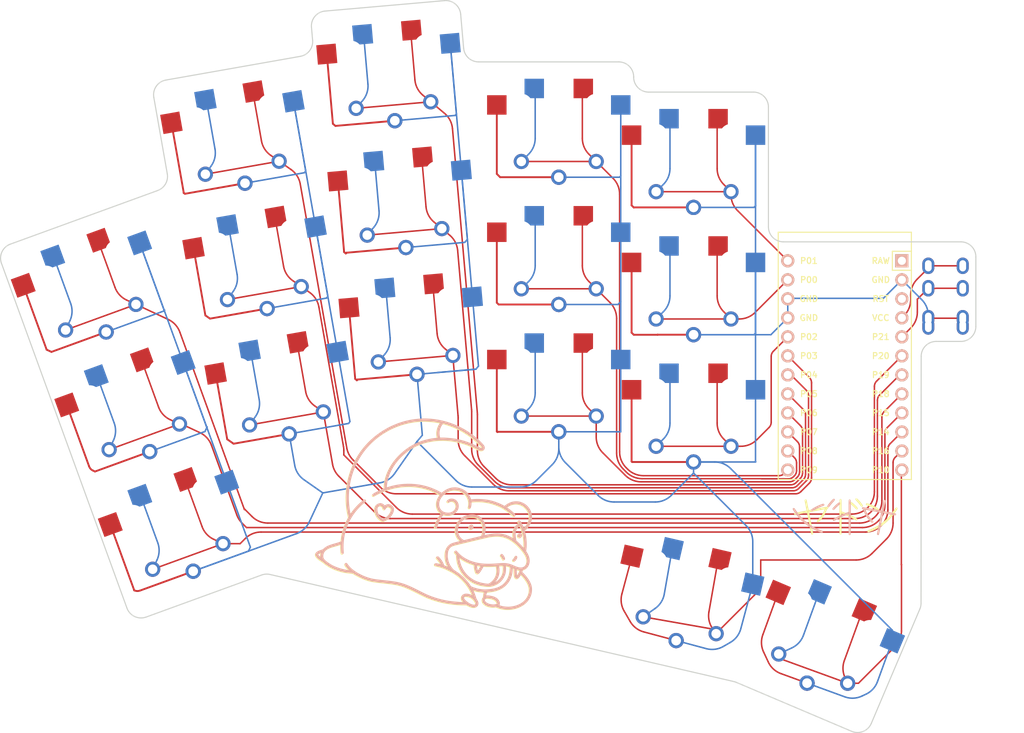
<source format=kicad_pcb>
(kicad_pcb (version 20221018) (generator pcbnew)
  (title_block (title "pcb") (rev "v1.0.0") (company "Unknown"))
  (layers (0 "F.Cu" signal) (31 "B.Cu" signal) (34 "B.Paste" user) (35 "F.Paste" user) (36 "B.SilkS" user "B.Silkscreen") (37 "F.SilkS" user "F.Silkscreen") (38 "B.Mask" user) (39 "F.Mask" user) (44 "Edge.Cuts" user))
  (net 0 "")
  (net 1 "P14")
  (net 2 "GND")
  (net 3 "P15")
  (net 4 "P18")
  (net 5 "P19")
  (net 6 "P20")
  (net 7 "P3")
  (net 8 "P4")
  (net 9 "P5")
  (net 10 "P6")
  (net 11 "P7")
  (net 12 "P8")
  (net 13 "P9")
  (net 14 "P2")
  (net 15 "P0")
  (net 16 "P1")
  (net 17 "P16")
  (net 18 "P10")
  (net 19 "RAW")
  (net 20 "RST")
  (net 21 "VCC")
  (net 22 "P21")
  (footprint "PG1350" (layer "F.Cu") (at 100.300547 53.27092 -170)
    (fp_text reference "S23" hide)
    (fp_text value "" hide)
  )
  (footprint "PG1350" (layer "F.Cu") (at 143.232188 69.380688)
    (fp_text reference "S11" hide)
    (fp_text value "" hide)
  )
  (footprint "PG1350" (layer "F.Cu") (at 161.232186 73.414025)
    (fp_text reference "S14" hide)
    (fp_text value "" hide)
  )
  (footprint "PG1350" (layer "F.Cu") (at 122.303137 61.794472 5)
    (fp_text reference "S8" hide)
    (fp_text value "" hide)
  )
  (footprint "PG1350" (layer "F.Cu") (at 86.580775 89.382658 20)
    (fp_text reference "S2" hide)
    (fp_text value "" hide)
  )
  (footprint "PG1350" (layer "F.Cu") (at 106.204585 86.754384 -170)
    (fp_text reference "S21" hide)
    (fp_text value "" hide)
  )
  (footprint "PG1350" (layer "F.Cu") (at 161.232192 56.414023 180)
    (fp_text reference "S32" hide)
    (fp_text value "" hide)
  )
  (footprint "PG1350" (layer "F.Cu") (at 86.580775 89.382658 -160)
    (fp_text reference "S19" hide)
    (fp_text value "" hide)
  )
  (footprint "PG1350" (layer "F.Cu") (at 143.232191 52.380688)
    (fp_text reference "S12" hide)
    (fp_text value "" hide)
  )
  (footprint "PG1350" (layer "F.Cu") (at 178.695195 120.41302 -23)
    (fp_text reference "S17" hide)
    (fp_text value "" hide)
  )
  (footprint "PG1350" (layer "F.Cu") (at 106.204585 86.754384 10)
    (fp_text reference "S4" hide)
    (fp_text value "" hide)
  )
  (footprint "PG1350" (layer "F.Cu") (at 160.232186 114.414028 167)
    (fp_text reference "S33" hide)
    (fp_text value "" hide)
  )
  (footprint "library:slowpoke-30mm" (layer "F.Cu") (at 125.997795 102.89598 -5)
    (fp_text reference "G***" hide)
    (fp_text value "LOGO" hide)
  )
  (footprint "PG1350" (layer "F.Cu") (at 120.821492 44.859162 5)
    (fp_text reference "S9" hide)
    (fp_text value "" hide)
  )
  (footprint "PG1350" (layer "F.Cu") (at 123.78479 78.729783 -175)
    (fp_text reference "S24" hide)
    (fp_text value "" hide)
  )
  (footprint "TRRS-PJ-320A-dual" (layer "F.Cu") (at 197.182183 66.914024)
    (fp_text reference "TRRS1")
    (fp_text value "TRRS-PJ-320A-dual")
  )
  (footprint "PG1350" (layer "F.Cu") (at 143.232191 52.380688 180)
    (fp_text reference "S29" hide)
    (fp_text value "" hide)
  )
  (footprint "PG1350" (layer "F.Cu") (at 161.232193 90.414035)
    (fp_text reference "S13" hide)
    (fp_text value "" hide)
  )
  (footprint "ProMicro" (layer "F.Cu") (at 181.432185 83.414021 -90)
    (fp_text reference "MCU1" hide)
    (fp_text value "" hide)
  )
  (footprint "PG1350" (layer "F.Cu") (at 161.232193 90.414035 180)
    (fp_text reference "S30" hide)
    (fp_text value "" hide)
  )
  (footprint "PG1350" (layer "F.Cu") (at 92.39512 105.357435 20)
    (fp_text reference "S1" hide)
    (fp_text value "" hide)
  )
  (footprint "PG1350" (layer "F.Cu") (at 92.39512 105.357435 -160)
    (fp_text reference "S18" hide)
    (fp_text value "" hide)
  )
  (footprint "PG1350" (layer "F.Cu") (at 143.232192 86.380695 180)
    (fp_text reference "S27" hide)
    (fp_text value "" hide)
  )
  (footprint "PG1350" (layer "F.Cu") (at 100.300547 53.27092 10)
    (fp_text reference "S6" hide)
    (fp_text value "" hide)
  )
  (footprint "PG1350" (layer "F.Cu") (at 80.766432 73.407885 -160)
    (fp_text reference "S20" hide)
    (fp_text value "" hide)
  )
  (footprint "PG1350" (layer "F.Cu") (at 160.232186 114.414028 -13)
    (fp_text reference "S16" hide)
    (fp_text value "" hide)
  )
  (footprint "PG1350" (layer "F.Cu") (at 143.232188 69.380688 180)
    (fp_text reference "S28" hide)
    (fp_text value "" hide)
  )
  (footprint "PG1350" (layer "F.Cu") (at 178.695195 120.41302 157)
    (fp_text reference "S34" hide)
    (fp_text value "" hide)
  )
  (footprint "PG1350" (layer "F.Cu") (at 143.232192 86.380695)
    (fp_text reference "S10" hide)
    (fp_text value "" hide)
  )
  (footprint "PG1350" (layer "F.Cu") (at 80.766432 73.407885 20)
    (fp_text reference "S3" hide)
    (fp_text value "" hide)
  )
  (footprint "PG1350" (layer "F.Cu") (at 122.303137 61.794472 -175)
    (fp_text reference "S25" hide)
    (fp_text value "" hide)
  )
  (footprint "library:slowpoke-text-15mm" (layer "F.Cu") (at 181.397789 103.495987)
    (fp_text reference "G***" hide)
    (fp_text value "LOGO" hide)
  )
  (footprint "PG1350" (layer "F.Cu") (at 120.821492 44.859162 -175)
    (fp_text reference "S26" hide)
    (fp_text value "" hide)
  )
  (footprint "PG1350" (layer "F.Cu") (at 103.252563 70.012652 -170)
    (fp_text reference "S22" hide)
    (fp_text value "" hide)
  )
  (footprint "PG1350" (layer "F.Cu") (at 123.78479 78.729783 5)
    (fp_text reference "S7" hide)
    (fp_text value "" hide)
  )
  (footprint "PG1350" (layer "F.Cu") (at 161.232192 56.414023)
    (fp_text reference "S15" hide)
    (fp_text value "" hide)
  )
  (footprint "PG1350" (layer "F.Cu") (at 103.252563 70.012652 10)
    (fp_text reference "S5" hide)
    (fp_text value "" hide)
  )
  (footprint "PG1350" (layer "F.Cu") (at 161.232186 73.414025 180)
    (fp_text reference "S31" hide)
    (fp_text value "" hide)
  )
  (footprint "library:slowpoke-mirror-30mm" (layer "B.Cu") (at 126.072254 102.817282 175)
    (fp_text reference "G***" hide)
    (fp_text value "LOGO" hide)
  )
  (footprint "library:slowpoke-text-15mm" (layer "B.Cu") (at 181.543336 103.562623 180)
    (fp_text reference "G***" hide)
    (fp_text value "LOGO" hide)
  )
  (gr_arc (start 132.519258 42.880692) (mid 131.168155 42.35519) (end 130.526875 41.055003) (stroke (width 0.15)) (layer "Edge.Cuts"))
  (gr_line (start 171.232191 64.914027) (end 171.23219 48.914026) (stroke (width 0.15)) (layer "Edge.Cuts"))
  (gr_arc (start 127.963073 34.698077) (mid 129.423007 35.158325) (end 130.129769 36.516156) (stroke (width 0.15)) (layer "Edge.Cuts"))
  (gr_arc (start 155.232187 46.914023) (mid 153.817903 46.328287) (end 153.232189 44.914025) (stroke (width 0.15)) (layer "Edge.Cuts"))
  (gr_line (start 153.232189 44.914025) (end 153.232184 44.880691) (stroke (width 0.15)) (layer "Edge.Cuts"))
  (gr_arc (start 103.546859 111.408218) (mid 104.108805 111.291319) (end 104.680806 111.33886) (stroke (width 0.15)) (layer "Edge.Cuts"))
  (gr_line (start 132.519258 42.880692) (end 151.232186 42.880698) (stroke (width 0.15)) (layer "Edge.Cuts"))
  (gr_arc (start 68.804346 69.780397) (mid 68.871123 68.251119) (end 69.999698 67.216966) (stroke (width 0.15)) (layer "Edge.Cuts"))
  (gr_arc (start 191.612414 115.169222) (mid 191.572159 115.567383) (end 191.453436 115.949556) (stroke (width 0.15)) (layer "Edge.Cuts"))
  (gr_arc (start 166.608747 125.63606) (mid 166.776876 125.682693) (end 166.940305 125.743791) (stroke (width 0.15)) (layer "Edge.Cuts"))
  (gr_line (start 191.631052 82.212895) (end 191.612414 115.169222) (stroke (width 0.15)) (layer "Edge.Cuts"))
  (gr_arc (start 151.232186 42.880698) (mid 152.646431 43.466465) (end 153.232184 44.880691) (stroke (width 0.15)) (layer "Edge.Cuts"))
  (gr_line (start 89.150112 47.621341) (end 90.950644 57.832678) (stroke (width 0.15)) (layer "Edge.Cuts"))
  (gr_arc (start 198.93219 78.214022) (mid 198.346372 79.628218) (end 196.932189 80.214032) (stroke (width 0.15)) (layer "Edge.Cuts"))
  (gr_arc (start 191.631054 82.212895) (mid 192.217203 80.799379) (end 193.631048 80.214026) (stroke (width 0.15)) (layer "Edge.Cuts"))
  (gr_arc (start 110.205875 38.259261) (mid 110.666162 36.799354) (end 112.023961 36.092555) (stroke (width 0.15)) (layer "Edge.Cuts"))
  (gr_line (start 130.526875 41.055003) (end 130.129769 36.516156) (stroke (width 0.15)) (layer "Edge.Cuts"))
  (gr_line (start 127.963073 34.698069) (end 112.023961 36.092555) (stroke (width 0.15)) (layer "Edge.Cuts"))
  (gr_line (start 173.232189 66.914028) (end 196.93219 66.91402) (stroke (width 0.15)) (layer "Edge.Cuts"))
  (gr_line (start 88.12676 117.020675) (end 103.546859 111.408218) (stroke (width 0.15)) (layer "Edge.Cuts"))
  (gr_line (start 110.205882 38.259254) (end 110.357919 39.997129) (stroke (width 0.15)) (layer "Edge.Cuts"))
  (gr_arc (start 88.126762 117.020676) (mid 86.59748 116.953899) (end 85.563336 115.825331) (stroke (width 0.15)) (layer "Edge.Cuts"))
  (gr_arc (start 196.93219 66.91402) (mid 198.3464 67.499825) (end 198.932187 68.91403) (stroke (width 0.15)) (layer "Edge.Cuts"))
  (gr_line (start 69.999698 67.216966) (end 89.665069 60.059359) (stroke (width 0.15)) (layer "Edge.Cuts"))
  (gr_arc (start 90.950642 57.83267) (mid 90.713052 59.17995) (end 89.665069 60.059359) (stroke (width 0.15)) (layer "Edge.Cuts"))
  (gr_arc (start 110.357918 39.997131) (mid 109.952263 41.389001) (end 108.712829 42.141065) (stroke (width 0.15)) (layer "Edge.Cuts"))
  (gr_line (start 198.932187 68.91403) (end 198.93219 78.214022) (stroke (width 0.15)) (layer "Edge.Cuts"))
  (gr_line (start 184.969764 131.22411) (end 191.453436 115.949556) (stroke (width 0.15)) (layer "Edge.Cuts"))
  (gr_line (start 68.804352 69.780398) (end 85.563336 115.825331) (stroke (width 0.15)) (layer "Edge.Cuts"))
  (gr_line (start 196.932189 80.214032) (end 193.63106 80.214031) (stroke (width 0.15)) (layer "Edge.Cuts"))
  (gr_arc (start 173.232189 66.914028) (mid 171.817906 66.328316) (end 171.232191 64.914027) (stroke (width 0.15)) (layer "Edge.Cuts"))
  (gr_line (start 90.77243 45.304437) (end 108.712829 42.141065) (stroke (width 0.15)) (layer "Edge.Cuts"))
  (gr_arc (start 184.969764 131.22411) (mid 183.877937 132.29696) (end 182.347289 132.283664) (stroke (width 0.15)) (layer "Edge.Cuts"))
  (gr_line (start 166.940305 125.743791) (end 182.347289 132.283664) (stroke (width 0.15)) (layer "Edge.Cuts"))
  (gr_arc (start 89.15011 47.621349) (mid 89.48136 46.126853) (end 90.77243 45.304437) (stroke (width 0.15)) (layer "Edge.Cuts"))
  (gr_line (start 169.232189 46.914029) (end 155.232187 46.914023) (stroke (width 0.15)) (layer "Edge.Cuts"))
  (gr_line (start 104.680806 111.33886) (end 166.608747 125.63606) (stroke (width 0.15)) (layer "Edge.Cuts"))
  (gr_arc (start 169.232189 46.914029) (mid 170.64645 47.499772) (end 171.23219 48.914026) (stroke (width 0.15)) (layer "Edge.Cuts"))
  (segment (start 187.185738 94.584681) (end 187.185741 102.668979) (width 0.2) (layer "F.Cu") (net 1))
  (segment (start 101.35105 106.547661) (end 100.680551 107.218164) (width 0.2) (layer "F.Cu") (net 1))
  (segment (start 188.985743 92.468979) (end 189.052186 92.402536) (width 0.2) (layer "F.Cu") (net 1))
  (segment (start 93.362882 98.806368) (end 95.59708 104.944776) (width 0.2) (layer "F.Cu") (net 1))
  (segment (start 100.680551 107.218164) (end 98.393259 107.218166) (width 0.2) (layer "F.Cu") (net 1))
  (segment (start 189.052189 92.304022) (end 187.478632 93.877573) (width 0.2) (layer "F.Cu") (net 1))
  (segment (start 98.393259 107.218166) (end 98.393258 107.105453) (width 0.2) (layer "F.Cu") (net 1))
  (segment (start 184.185741 105.668979) (end 103.472371 105.668979) (width 0.2) (layer "F.Cu") (net 1))
  (segment (start 93.437591 98.646155) (end 93.362882 98.806368) (width 0.2) (layer "F.Cu") (net 1))
  (segment (start 98.393258 107.105453) (end 98.584209 106.914504) (width 0.2) (layer "F.Cu") (net 1))
  (segment (start 189.052186 92.402536) (end 189.052189 92.304022) (width 0.2) (layer "F.Cu") (net 1))
  (segment (start 88.996334 110.63837) (end 98.393258 107.218168) (width 0.2) (layer "F.Cu") (net 1))
  (segment (start 97.148303 106.637633) (end 98.393258 107.218168) (width 0.2) (layer "F.Cu") (net 1))
  (arc (start 95.59708 104.944776) (mid 96.204324 105.945482) (end 97.148303 106.637633) (width 0.2) (layer "F.Cu") (net 1))
  (arc (start 187.185741 102.668979) (mid 186.307061 104.790302) (end 184.185741 105.668979) (width 0.2) (layer "F.Cu") (net 1))
  (arc (start 187.185738 94.584681) (mid 187.261859 94.201997) (end 187.478632 93.877573) (width 0.2) (layer "F.Cu") (net 1))
  (arc (start 101.35105 106.547661) (mid 102.324324 105.897343) (end 103.472371 105.668979) (width 0.2) (layer "F.Cu") (net 1))
  (segment (start 87.282603 100.886376) (end 87.442819 100.961088) (width 0.2) (layer "B.Cu") (net 1))
  (segment (start 87.442819 100.961088) (end 89.677018 107.099499) (width 0.2) (layer "B.Cu") (net 1))
  (segment (start 89.576859 109.393417) (end 88.996334 110.638367) (width 0.2) (layer "B.Cu") (net 1))
  (arc (start 89.677018 107.099499) (mid 89.855083 108.256419) (end 89.576859 109.393417) (width 0.2) (layer "B.Cu") (net 1))
  (segment (start 135.087364 92.28069) (end 135.045053 92.323008) (width 0.25) (layer "F.Cu") (net 2))
  (segment (start 121.335714 50.736713) (end 113.405659 51.430505) (width 0.25) (layer "F.Cu") (net 2))
  (segment (start 122.817363 67.672019) (end 114.872016 68.367148) (width 0.25) (layer "F.Cu") (net 2))
  (segment (start 143.232195 58.280692) (end 135.40274 58.280694) (width 0.25) (layer "F.Cu") (net 2))
  (segment (start 113.405659 51.430505) (end 113.064783 51.144479) (width 0.25) (layer "F.Cu") (net 2))
  (segment (start 176.389881 125.843998) (end 172.902227 124.574595) (width 0.2) (layer "F.Cu") (net 2))
  (segment (start 104.277092 75.823018) (end 96.654359 77.167114) (width 0.25) (layer "F.Cu") (net 2))
  (segment (start 156.426746 79.323006) (end 153.245045 79.323005) (width 0.25) (layer "F.Cu") (net 2))
  (segment (start 86.543963 113.454033) (end 86.53433 113.449541) (width 0.25) (layer "F.Cu") (net 2))
  (segment (start 134.957192 75.03514) (end 134.957191 65.630691) (width 0.25) (layer "F.Cu") (net 2))
  (segment (start 152.957185 62.035141) (end 152.957191 52.664025) (width 0.25) (layer "F.Cu") (net 2))
  (segment (start 152.957188 96.235148) (end 152.957184 86.664029) (width 0.25) (layer "F.Cu") (net 2))
  (segment (start 114.788089 68.467179) (end 114.563847 68.27902) (width 0.25) (layer "F.Cu") (net 2))
  (segment (start 192.582184 77.11402) (end 197.182187 77.114026) (width 0.2) (layer "F.Cu") (net 2))
  (segment (start 156.435734 79.314032) (end 156.426746 79.323006) (width 0.25) (layer "F.Cu") (net 2))
  (segment (start 153.054033 96.314028) (end 153.04505 96.323002) (width 0.25) (layer "F.Cu") (net 2))
  (segment (start 80.50991 96.897599) (end 77.522243 88.689032) (width 0.25) (layer "F.Cu") (net 2))
  (segment (start 93.308417 60.494837) (end 93.149283 60.383414) (width 0.25) (layer "F.Cu") (net 2))
  (segment (start 153.04505 96.323002) (end 152.957188 96.235148) (width 0.25) (layer "F.Cu") (net 2))
  (segment (start 153.245045 79.323005) (end 152.957192 79.035142) (width 0.25) (layer "F.Cu") (net 2))
  (segment (start 82.78435 78.952076) (end 75.478626 81.61114) (width 0.25) (layer "F.Cu") (net 2))
  (segment (start 152.957192 79.035142) (end 152.957191 69.664029) (width 0.25) (layer "F.Cu") (net 2))
  (segment (start 93.151469 60.38029) (end 91.500083 51.014833) (width 0.25) (layer "F.Cu") (net 2))
  (segment (start 124.299013 84.607337) (end 116.35367 85.302462) (width 0.25) (layer "F.Cu") (net 2))
  (segment (start 116.269735 85.402475) (end 116.045506 85.214321) (width 0.25) (layer "F.Cu") (net 2))
  (segment (start 135.40274 58.280694) (end 134.957186 57.835144) (width 0.25) (layer "F.Cu") (net 2))
  (segment (start 134.957186 57.835144) (end 134.957188 48.630691) (width 0.25) (layer "F.Cu") (net 2))
  (segment (start 99.803342 93.874112) (end 98.952244 93.278177) (width 0.25) (layer "F.Cu") (net 2))
  (segment (start 161.232188 79.314022) (end 156.435734 79.314032) (width 0.25) (layer "F.Cu") (net 2))
  (segment (start 96.034968 76.733407) (end 94.452104 67.756558) (width 0.25) (layer "F.Cu") (net 2))
  (segment (start 158.904979 120.162814) (end 154.584885 119.005248) (width 0.2) (layer "F.Cu") (net 2))
  (segment (start 153.24505 62.323013) (end 152.957185 62.035141) (width 0.25) (layer "F.Cu") (net 2))
  (segment (start 161.232199 62.31403) (end 153.254034 62.314022) (width 0.25) (layer "F.Cu") (net 2))
  (segment (start 151.661532 113.941847) (end 153.012843 108.89867) (width 0.2) (layer "F.Cu") (net 2))
  (segment (start 114.872016 68.367148) (end 114.788089 68.467179) (width 0.25) (layer "F.Cu") (net 2))
  (segment (start 75.478626 81.61114) (end 74.837235 81.312058) (width 0.25) (layer "F.Cu") (net 2))
  (segment (start 96.654359 77.167114) (end 96.034968 76.733407) (width 0.25) (layer "F.Cu") (net 2))
  (segment (start 161.232187 96.314025) (end 153.054033 96.314028) (width 0.25) (layer "F.Cu") (net 2))
  (segment (start 172.543261 113.727829) (end 170.483367 119.387332) (width 0.2) (layer "F.Cu") (net 2))
  (segment (start 93.149283 60.383414) (end 93.151469 60.38029) (width 0.25) (layer "F.Cu") (net 2))
  (segment (start 113.064783 51.144479) (end 112.251154 41.844652) (width 0.25) (layer "F.Cu") (net 2))
  (segment (start 98.952244 93.278177) (end 97.404115 84.498298) (width 0.25) (layer "F.Cu") (net 2))
  (segment (start 171.209364 123.023374) (end 170.583521 121.681247) (width 0.2) (layer "F.Cu") (net 2))
  (segment (start 114.563847 68.27902) (end 113.732798 58.779957) (width 0.25) (layer "F.Cu") (net 2))
  (segment (start 134.95719 82.630691) (end 134.957194 92.235144) (width 0.25) (layer "F.Cu") (net 2))
  (segment (start 153.254034 62.314022) (end 153.24505 62.323013) (width 0.25) (layer "F.Cu") (net 2))
  (segment (start 116.35367 85.302462) (end 116.269735 85.402475) (width 0.25) (layer "F.Cu") (net 2))
  (segment (start 135.202736 75.280693) (end 134.957192 75.03514) (width 0.25) (layer "F.Cu") (net 2))
  (segment (start 107.229113 92.564747) (end 99.803342 93.874112) (width 0.25) (layer "F.Cu") (net 2))
  (segment (start 94.41303 110.901623) (end 87.308612 113.487423) (width 0.25) (layer "F.Cu") (net 2))
  (segment (start 152.763271 117.607469) (end 151.961232 116.218301) (width 0.2) (layer "F.Cu") (net 2))
  (segment (start 86.53433 113.449541) (end 83.336584 104.663803) (width 0.25) (layer "F.Cu") (net 2))
  (segment (start 134.957194 92.235144) (end 135.045053 92.323008) (width 0.25) (layer "F.Cu") (net 2))
  (segment (start 101.325068 59.081285) (end 93.308417 60.494837) (width 0.25) (layer "F.Cu") (net 2))
  (segment (start 88.598685 94.926855) (end 81.292975 97.585919) (width 0.25) (layer "F.Cu") (net 2))
  (segment (start 143.232187 75.280688) (end 135.202736 75.280693) (width 0.25) (layer "F.Cu") (net 2))
  (segment (start 116.045506 85.214321) (end 115.214449 75.715272) (width 0.25) (layer "F.Cu") (net 2))
  (segment (start 81.292975 97.585919) (end 81.02699 97.46189) (width 0.25) (layer "F.Cu") (net 2))
  (segment (start 74.837235 81.312058) (end 71.707898 72.714252) (width 0.25) (layer "F.Cu") (net 2))
  (segment (start 143.23219 92.280691) (end 135.087364 92.28069) (width 0.25) (layer "F.Cu") (net 2))
  (arc (start 154.584885 119.005248) (mid 153.535058 118.487529) (end 152.763271 117.607469) (width 0.2) (layer "F.Cu") (net 2))
  (arc (start 80.50991 96.897599) (mid 80.712327 97.231172) (end 81.02699 97.46189) (width 0.25) (layer "F.Cu") (net 2))
  (arc (start 86.543963 113.454033) (mid 86.922967 113.546778) (end 87.308612 113.487423) (width 0.25) (layer "F.Cu") (net 2))
  (arc (start 170.583521 121.681247) (mid 170.305297 120.544254) (end 170.483367 119.387332) (width 0.2) (layer "F.Cu") (net 2))
  (arc (start 172.902227 124.574595) (mid 171.901513 123.967349) (end 171.209364 123.023374) (width 0.2) (layer "F.Cu") (net 2))
  (arc (start 151.661532 113.941847) (mid 151.584971 115.10988) (end 151.961232 116.218301) (width 0.2) (layer "F.Cu") (net 2))
  (segment (start 115.167778 91.164946) (end 107.229105 92.564754) (width 0.2) (layer "B.Cu") (net 2))
  (segment (start 187.777615 118.782156) (end 166.188167 97.192714) (width 0.2) (layer "B.Cu") (net 2))
  (segment (start 121.302946 97.861766) (end 124.299011 93.582942) (width 0.2) (layer "B.Cu") (net 2))
  (segment (start 129.3987 50.031291) (end 121.335709 50.736711) (width 0.2) (layer "B.Cu") (net 2))
  (segment (start 151.50719 92.281138) (end 151.506742 92.280694) (width 0.2) (layer "B.Cu") (net 2))
  (segment (start 169.507188 69.664024) (end 169.507188 70.219025) (width 0.2) (layer "B.Cu") (net 2))
  (segment (start 158.904979 120.162814) (end 162.939462 121.243849) (width 0.2) (layer "B.Cu") (net 2))
  (segment (start 161.232191 97.793645) (end 161.232192 96.314033) (width 0.2) (layer "B.Cu") (net 2))
  (segment (start 107.798649 48.140954) (end 109.437217 57.433725) (width 0.2) (layer "B.Cu") (net 2))
  (segment (start 173.812185 77.064021) (end 173.707746 77.064021) (width 0.2) (layer "B.Cu") (net 2))
  (segment (start 168.259992 104.821442) (end 161.232191 97.793645) (width 0.2) (layer "B.Cu") (net 2))
  (segment (start 169.507192 86.664031) (end 169.507191 96.281136) (width 0.2) (layer "B.Cu") (net 2))
  (segment (start 138.128314 99.654886) (end 131.613592 99.654885) (width 0.2) (layer "B.Cu") (net 2))
  (segment (start 169.507192 52.664028) (end 169.50719 62.081136) (width 0.2) (layer "B.Cu") (net 2))
  (segment (start 169.507192 69.664023) (end 169.507188 69.664024) (width 0.2) (layer "B.Cu") (net 2))
  (segment (start 173.841116 74.524021) (end 173.904431 74.460706) (width 0.2) (layer "B.Cu") (net 2))
  (segment (start 169.499585 96.31403) (end 161.23219 96.31403) (width 0.2) (layer "B.Cu") (net 2))
  (segment (start 169.507191 96.281136) (end 169.519838 96.293786) (width 0.2) (layer "B.Cu") (net 2))
  (segment (start 131.701467 74.27284) (end 131.689293 74.133675) (width 0.2) (layer "B.Cu") (net 2))
  (segment (start 132.509294 83.506355) (end 132.162757 83.919345) (width 0.2) (layer "B.Cu") (net 2))
  (segment (start 151.132932 75.280687) (end 143.232191 75.280689) (width 0.2) (layer "B.Cu") (net 2))
  (segment (start 191.703511 74.635348) (end 189.052192 71.984022) (width 0.2) (layer "B.Cu") (net 2))
  (segment (start 130.681114 66.984031) (end 122.817358 67.672017) (width 0.2) (layer "B.Cu") (net 2))
  (segment (start 169.299596 79.314025) (end 161.232188 79.314023) (width 0.2) (layer "B.Cu") (net 2))
  (segment (start 110.750666 64.882684) (end 113.702685 81.624412) (width 0.2) (layer "B.Cu") (net 2))
  (segment (start 151.507186 74.881139) (end 151.519835 74.893786) (width 0.2) (layer "B.Cu") (net 2))
  (segment (start 151.519837 58.093787) (end 151.332933 58.280693) (width 0.2) (layer "B.Cu") (net 2))
  (segment (start 115.341258 90.917187) (end 115.167778 91.164946) (width 0.2) (layer "B.Cu") (net 2))
  (segment (start 131.689293 74.133675) (end 131.308904 73.814494) (width 0.2) (layer "B.Cu") (net 2))
  (segment (start 151.507188 65.630689) (end 151.50719 82.630689) (width 0.2) (layer "B.Cu") (net 2))
  (segment (start 173.812185 74.524021) (end 173.841116 74.524021) (width 0.2) (layer "B.Cu") (net 2))
  (segment (start 102.046015 107.678592) (end 101.796176 108.214379) (width 0.2) (layer "B.Cu") (net 2))
  (segment (start 151.519835 74.893786) (end 151.132932 75.280687) (width 0.2) (layer "B.Cu") (net 2))
  (segment (start 107.798647 48.140957) (end 107.798649 48.140954) (width 0.2) (layer "B.Cu") (net 2))
  (segment (start 130.219815 57.337529) (end 128.738169 40.40222) (width 0.2) (layer "B.Cu") (net 2))
  (segment (start 148.492275 100.776206) (end 144.110868 96.394804) (width 0.2) (layer "B.Cu") (net 2))
  (segment (start 187.77761 120.194426) (end 185.796766 125.636761) (width 0.2) (layer "B.Cu") (net 2))
  (segment (start 93.074156 83.028596) (end 96.193632 91.59929) (width 0.2) (layer "B.Cu") (net 2))
  (segment (start 143.23219 92.280692) (end 143.232188 94.273479) (width 0.2) (layer "B.Cu") (net 2))
  (segment (start 169.507192 52.664025) (end 169.507192 69.664023) (width 0.2) (layer "B.Cu") (net 2))
  (segment (start 169.299598 62.314023) (end 161.232191 62.314021) (width 0.2) (layer "B.Cu") (net 2))
  (segment (start 187.77761 120.194426) (end 187.777615 118.782156) (width 0.2) (layer "B.Cu") (net 2))
  (segment (start 109.263737 57.68149) (end 101.325071 59.081287) (width 0.2) (layer "B.Cu") (net 2))
  (segment (start 96.193632 91.59929) (end 96.264918 91.632529) (width 0.2) (layer "B.Cu") (net 2))
  (segment (start 169.507186 79.081132) (end 169.51984 79.093786) (width 0.2) (layer "B.Cu") (net 2))
  (segment (start 192.582184 77.11402) (end 192.582188 76.756666) (width 0.2) (layer "B.Cu") (net 2))
  (segment (start 151.507191 65.63069) (end 151.507186 74.881139) (width 0.2) (layer "B.Cu") (net 2))
  (segment (start 173.704431 77.060707) (end 173.812186 76.952951) (width 0.2) (layer "B.Cu") (net 2))
  (segment (start 132.162755 83.919343) (end 132.162757 83.919345) (width 0.2) (layer "B.Cu") (net 2))
  (segment (start 131.027645 66.571052) (end 130.681114 66.984031) (width 0.2) (layer "B.Cu") (net 2))
  (segment (start 186.5755 74.460707) (end 189.052185 71.984021) (width 0.2) (layer "B.Cu") (net 2))
  (segment (start 131.701472 74.272844) (end 132.509294 83.506355) (width 0.2) (layer "B.Cu") (net 2))
  (segment (start 130.219817 57.337528) (end 131.027645 66.571052) (width 0.2) (layer "B.Cu") (net 2))
  (segment (start 151.507192 48.630688) (end 151.507197 58.08114) (width 0.2) (layer "B.Cu") (net 2))
  (segment (start 181.423457 127.676067) (end 176.389881 125.843998) (width 0.2) (layer "B.Cu") (net 2))
  (segment (start 113.702689 81.624416) (end 115.341258 90.917187) (width 0.2) (layer "B.Cu") (net 2))
  (segment (start 151.507197 58.08114) (end 151.519837 58.093787) (width 0.2) (layer "B.Cu") (net 2))
  (segment (start 173.904431 74.460706) (end 186.5755 74.460707) (width 0.2) (layer "B.Cu") (net 2))
  (segment (start 131.701467 74.27284) (end 130.21982 57.337536) (width 0.2) (layer "B.Cu") (net 2))
  (segment (start 112.215757 74.42322) (end 104.277091 75.823021) (width 0.2) (layer "B.Cu") (net 2))
  (segment (start 161.232191 97.793645) (end 158.249634 100.776204) (width 0.2) (layer "B.Cu") (net 2))
  (segment (start 169.519838 96.293786) (end 169.499585 96.31403) (width 0.2) (layer "B.Cu") (net 2))
  (segment (start 169.13867 112.62161) (end 169.138669 106.942762) (width 0.2) (layer "B.Cu") (net 2))
  (segment (start 151.332933 58.280693) (end 143.232189 58.280686) (width 0.2) (layer "B.Cu") (net 2))
  (segment (start 169.51984 79.093786) (end 169.299596 79.314025) (width 0.2) (layer "B.Cu") (net 2))
  (segment (start 156.128313 101.654884) (end 150.613596 101.654885) (width 0.2) (layer "B.Cu") (net 2))
  (segment (start 184.245545 127.329621) (end 183.717372 127.575913) (width 0.2) (layer "B.Cu") (net 2))
  (segment (start 128.738169 40.40222) (end 128.738169 40.402218) (width 0.2) (layer "B.Cu") (net 2))
  (segment (start 164.066847 96.314033) (end 161.232192 96.314033) (width 0.2) (layer "B.Cu") (net 2))
  (segment (start 173.707746 77.064021) (end 173.704431 77.060707) (width 0.2) (layer "B.Cu") (net 2))
  (segment (start 87.259814 67.053823) (end 93.074155 83.028594) (width 0.2) (layer "B.Cu") (net 2))
  (segment (start 90.543369 76.128024) (end 82.784354 78.952071) (width 0.2) (layer "B.Cu") (net 2))
  (segment (start 151.506742 92.280694) (end 143.23219 92.280692) (width 0.2) (layer "B.Cu") (net 2))
  (segment (start 95.981833 92.239604) (end 88.598701 94.926846) (width 0.2) (layer "B.Cu") (net 2))
  (segment (start 169.507185 69.664022) (end 169.507186 79.081132) (width 0.2) (layer "B.Cu") (net 2))
  (segment (start 96.264918 91.632529) (end 95.981833 92.239604) (width 0.2) (layer "B.Cu") (net 2))
  (segment (start 110.750665 64.882684) (end 112.389233 74.175467) (width 0.2) (layer "B.Cu") (net 2))
  (segment (start 169.507192 86.664032) (end 169.50719 86.664037) (width 0.2) (layer "B.Cu") (net 2))
  (segment (start 142.353512 96.672328) (end 140.249635 98.776205) (width 0.2) (layer "B.Cu") (net 2))
  (segment (start 94.413036 110.901619) (end 108.215032 105.878107) (width 0.2) (layer "B.Cu") (net 2))
  (segment (start 169.507188 69.664024) (end 169.507192 86.664032) (width 0.2) (layer "B.Cu") (net 2))
  (segment (start 151.507189 48.630687) (end 151.507188 65.630689) (width 0.2) (layer "B.Cu") (net 2))
  (segment (start 113.702685 81.624412) (end 113.70269 81.624417) (width 0.2) (layer "B.Cu") (net 2))
  (segment (start 98.8885 99.003366) (end 102.046015 107.678592) (width 0.2) (layer "B.Cu") (net 2))
  (segment (start 130.21982 57.337536) (end 130.219815 57.337529) (width 0.2) (layer "B.Cu") (net 2))
  (segment (start 90.587379 76.033633) (end 90.543369 76.128024) (width 0.2) (layer "B.Cu") (net 2))
  (segment (start 87.259815 67.05382) (end 90.516099 76.000396) (width 0.2) (layer "B.Cu") (net 2))
  (segment (start 107.229113 92.564748) (end 107.965988 96.743772) (width 0.2) (layer "B.Cu") (net 2))
  (segment (start 167.540066 118.587687) (end 169.138669 112.62161) (width 0.2) (layer "B.Cu") (net 2))
  (segment (start 161.232186 79.314025) (end 171.562181 79.314025) (width 0.2) (layer "B.Cu") (net 2))
  (segment (start 128.738171 40.40222) (end 129.563434 49.83498) (width 0.2) (layer "B.Cu") (net 2))
  (segment (start 101.796176 108.214379) (end 94.413036 110.901619) (width 0.2) (layer "B.Cu") (net 2))
  (segment (start 111.71852 100.443992) (end 119.366435 99.095457) (width 0.2) (layer "B.Cu") (net 2))
  (segment (start 124.299011 93.582942) (end 125.010129 92.735465) (width 0.2) (layer "B.Cu") (net 2))
  (segment (start 125.010129 92.735465) (end 124.299009 84.607331) (width 0.2) (layer "B.Cu") (net 2))
  (segment (start 110.750666 64.882684) (end 107.798647 48.140957) (width 0.2) (layer "B.Cu") (net 2))
  (segment (start 129.563434 49.83498) (end 129.3987 50.031291) (width 0.2) (layer "B.Cu") (net 2))
  (segment (start 169.519834 62.093784) (end 169.299598 62.314023) (width 0.2) (layer "B.Cu") (net 2))
  (segment (start 173.812186 76.952951) (end 173.812185 74.524021) (width 0.2) (layer "B.Cu") (net 2))
  (segment (start 161.232188 79.314023) (end 161.232186 79.314025) (width 0.2) (layer "B.Cu") (net 2))
  (segment (start 165.215916 120.944147) (end 166.142284 120.409305) (width 0.2) (layer "B.Cu") (net 2))
  (segment (start 109.907898 104.326882) (end 111.71852 100.443992) (width 0.2) (layer "B.Cu") (net 2))
  (segment (start 124.299009 84.607331) (end 132.162755 83.919343) (width 0.2) (layer "B.Cu") (net 2))
  (segment (start 169.50719 62.081136) (end 169.519834 62.093784) (width 0.2) (layer "B.Cu") (net 2))
  (segment (start 90.516099 76.000396) (end 90.587379 76.033633) (width 0.2) (layer "B.Cu") (net 2))
  (segment (start 171.562181 79.314025) (end 173.812185 77.064021) (width 0.2) (layer "B.Cu") (net 2))
  (segment (start 129.492271 98.776204) (end 124.299011 93.582942) (width 0.2) (layer "B.Cu") (net 2))
  (segment (start 109.199681 98.680282) (end 111.71852 100.443992) (width 0.2) (layer "B.Cu") (net 2))
  (segment (start 112.389233 74.175467) (end 112.215757 74.42322) (width 0.2) (layer "B.Cu") (net 2))
  (segment (start 93.074156 83.028595) (end 98.888499 99.003368) (width 0.2) (layer "B.Cu") (net 2))
  (segment (start 132.162757 83.919345) (end 127.037545 84.367741) (width 0.2) (layer "B.Cu") (net 2))
  (segment (start 87.259814 67.053823) (end 87.259815 67.05382) (width 0.2) (layer "B.Cu") (net 2))
  (segment (start 151.507193 82.630689) (end 151.50719 92.281138) (width 0.2) (layer "B.Cu") (net 2))
  (segment (start 143.23219 92.280692) (end 143.23219 94.551008) (width 0.2) (layer "B.Cu") (net 2))
  (segment (start 109.437217 57.433725) (end 109.263737 57.68149) (width 0.2) (layer "B.Cu") (net 2))
  (arc (start 138.128314 99.654886) (mid 139.276365 99.426524) (end 140.249635 98.776205) (width 0.2) (layer "B.Cu") (net 2))
  (arc (start 131.613592 99.654885) (mid 130.465541 99.426523) (end 129.492271 98.776204) (width 0.2) (layer "B.Cu") (net 2))
  (arc (start 184.245545 127.329621) (mid 185.189522 126.637466) (end 185.796766 125.636761) (width 0.2) (layer "B.Cu") (net 2))
  (arc (start 144.110868 96.394804) (mid 143.46055 95.42153) (end 143.232188 94.273479) (width 0.2) (layer "B.Cu") (net 2))
  (arc (start 158.249634 100.776204) (mid 157.276364 101.426524) (end 156.128313 101.654884) (width 0.2) (layer "B.Cu") (net 2))
  (arc (start 107.965988 96.743772) (mid 108.390236 97.834727) (end 109.199681 98.680282) (width 0.2) (layer "B.Cu") (net 2))
  (arc (start 166.142284 120.409305) (mid 167.022344 119.637515) (end 167.540066 118.587687) (width 0.2) (layer "B.Cu") (net 2))
  (arc (start 142.353512 96.672328) (mid 143.003829 95.699058) (end 143.23219 94.551008) (width 0.2) (layer "B.Cu") (net 2))
  (arc (start 93.074156 83.028595) (mid 93.074156 83.028595) (end 93.074156 83.028595) (width 0.2) (layer "B.Cu") (net 2))
  (arc (start 183.717372 127.575913) (mid 182.580373 127.854135) (end 181.423457 127.676067) (width 0.2) (layer "B.Cu") (net 2))
  (arc (start 191.703511 74.635348) (mid 192.353823 75.608617) (end 192.582188 76.756666) (width 0.2) (layer "B.Cu") (net 2))
  (arc (start 121.302946 97.861766) (mid 120.45739 98.67121) (end 119.366435 99.095457) (width 0.2) (layer "B.Cu") (net 2))
  (arc (start 165.215916 120.944147) (mid 164.107495 121.320402) (end 162.939462 121.243849) (width 0.2) (layer "B.Cu") (net 2))
  (arc (start 108.215032 105.878107) (mid 109.215742 105.270859) (end 109.907898 104.326882) (width 0.2) (layer "B.Cu") (net 2))
  (arc (start 148.492275 100.776206) (mid 149.465546 101.426522) (end 150.613596 101.654885) (width 0.2) (layer "B.Cu") (net 2))
  (arc (start 166.188167 97.192714) (mid 165.214897 96.542396) (end 164.066847 96.314033) (width 0.2) (layer "B.Cu") (net 2))
  (arc (start 168.259992 104.821442) (mid 168.910309 105.79471) (end 169.138669 106.942762) (width 0.2) (layer "B.Cu") (net 2))
  (segment (start 87.623245 82.671375) (end 87.548538 82.831588) (width 0.2) (layer "F.Cu") (net 3))
  (segment (start 87.548538 82.831588) (end 89.782737 88.97) (width 0.2) (layer "F.Cu") (net 3))
  (segment (start 83.181984 94.663593) (end 92.578915 91.243395) (width 0.2) (layer "F.Cu") (net 3))
  (segment (start 91.333963 90.662864) (end 92.578915 91.243395) (width 0.2) (layer "F.Cu") (net 3))
  (segment (start 100.932083 104.477589) (end 101.523477 105.068982) (width 0.2) (layer "F.Cu") (net 3))
  (segment (start 92.721479 91.191502) (end 95.299746 92.393766) (width 0.2) (layer "F.Cu") (net 3))
  (segment (start 101.523477 105.068982) (end 183.785744 105.068983) (width 0.2) (layer "F.Cu") (net 3))
  (segment (start 96.850967 94.086632) (end 100.234328 103.382332) (width 0.2) (layer "F.Cu") (net 3))
  (segment (start 92.578917 91.243393) (end 92.721479 91.191502) (width 0.2) (layer "F.Cu") (net 3))
  (segment (start 187.078635 91.737573) (end 189.052186 89.764024) (width 0.2) (layer "F.Cu") (net 3))
  (segment (start 186.785742 102.068983) (end 186.785741 92.44468) (width 0.2) (layer "F.Cu") (net 3))
  (arc (start 100.932083 104.477589) (mid 100.523228 103.968171) (end 100.234328 103.382332) (width 0.2) (layer "F.Cu") (net 3))
  (arc (start 187.078635 91.737573) (mid 186.861862 92.061996) (end 186.785741 92.44468) (width 0.2) (layer "F.Cu") (net 3))
  (arc (start 183.785744 105.068983) (mid 185.907064 104.190304) (end 186.785742 102.068983) (width 0.2) (layer "F.Cu") (net 3))
  (arc (start 89.782737 88.97) (mid 90.389981 89.970712) (end 91.333963 90.662864) (width 0.2) (layer "F.Cu") (net 3))
  (arc (start 95.299746 92.393766) (mid 96.243722 93.085921) (end 96.850967 94.086632) (width 0.2) (layer "F.Cu") (net 3))
  (segment (start 81.468266 84.911606) (end 81.628476 84.986315) (width 0.2) (layer "B.Cu") (net 3))
  (segment (start 83.762516 93.418643) (end 83.181987 94.663594) (width 0.2) (layer "B.Cu") (net 3))
  (segment (start 81.628476 84.986315) (end 83.862676 91.124724) (width 0.2) (layer "B.Cu") (net 3))
  (arc (start 83.762516 93.418643) (mid 84.040741 92.281648) (end 83.862676 91.124724) (width 0.2) (layer "B.Cu") (net 3))
  (segment (start 186.38574 101.468984) (end 186.385742 90.304681) (width 0.2) (layer "F.Cu") (net 4))
  (segment (start 77.367643 78.688822) (end 86.764573 75.268621) (width 0.2) (layer "F.Cu") (net 4))
  (segment (start 101.247409 102.577705) (end 102.260007 103.590303) (width 0.2) (layer "F.Cu") (net 4))
  (segment (start 104.381327 104.468982) (end 183.385743 104.468982) (width 0.2) (layer "F.Cu") (net 4))
  (segment (start 186.678635 89.597575) (end 189.052185 87.224021) (width 0.2) (layer "F.Cu") (net 4))
  (segment (start 101.247411 102.657189) (end 101.247409 102.577705) (width 0.2) (layer "F.Cu") (net 4))
  (segment (start 81.734199 66.856814) (end 83.968394 72.995222) (width 0.2) (layer "F.Cu") (net 4))
  (segment (start 92.626571 78.971626) (end 101.247411 102.657189) (width 0.2) (layer "F.Cu") (net 4))
  (segment (start 86.764574 75.268616) (end 91.075347 77.278764) (width 0.2) (layer "F.Cu") (net 4))
  (segment (start 77.367643 78.688822) (end 77.317575 78.551257) (width 0.2) (layer "F.Cu") (net 4))
  (segment (start 85.519616 74.688084) (end 86.764573 75.268621) (width 0.2) (layer "F.Cu") (net 4))
  (segment (start 81.808906 66.696601) (end 81.734199 66.856814) (width 0.2) (layer "F.Cu") (net 4))
  (segment (start 77.317575 78.551257) (end 77.139499 78.468218) (width 0.2) (layer "F.Cu") (net 4))
  (arc (start 186.38574 101.468984) (mid 185.507061 103.590303) (end 183.385743 104.468982) (width 0.2) (layer "F.Cu") (net 4))
  (arc (start 186.385742 90.304681) (mid 186.461862 89.921998) (end 186.678635 89.597575) (width 0.2) (layer "F.Cu") (net 4))
  (arc (start 83.968394 72.995222) (mid 84.575642 73.995933) (end 85.519616 74.688084) (width 0.2) (layer "F.Cu") (net 4))
  (arc (start 102.260007 103.590303) (mid 103.233277 104.240623) (end 104.381327 104.468982) (width 0.2) (layer "F.Cu") (net 4))
  (arc (start 92.626571 78.971626) (mid 92.019325 77.970915) (end 91.075347 77.278764) (width 0.2) (layer "F.Cu") (net 4))
  (segment (start 75.65392 68.936831) (end 75.814133 69.011542) (width 0.2) (layer "B.Cu") (net 4))
  (segment (start 77.94818 77.44387) (end 77.367646 78.68882) (width 0.2) (layer "B.Cu") (net 4))
  (segment (start 75.814133 69.011542) (end 78.048329 75.149951) (width 0.2) (layer "B.Cu") (net 4))
  (arc (start 77.94818 77.44387) (mid 78.226399 76.306871) (end 78.048329 75.149951) (width 0.2) (layer "B.Cu") (net 4))
  (segment (start 185.785739 100.86898) (end 185.78574 88.083196) (width 0.2) (layer "F.Cu") (net 5))
  (segment (start 101.940412 91.364892) (end 111.788493 89.628414) (width 0.2) (layer "F.Cu") (net 5))
  (segment (start 110.663252 88.840516) (end 111.788493 89.628414) (width 0.2) (layer "F.Cu") (net 5))
  (segment (start 188.985743 84.468982) (end 189.052189 84.535424) (width 0.2) (layer "F.Cu") (net 5))
  (segment (start 189.052189 84.535424) (end 189.052187 84.684022) (width 0.2) (layer "F.Cu") (net 5))
  (segment (start 186.078633 87.376089) (end 188.985743 84.468982) (width 0.2) (layer "F.Cu") (net 5))
  (segment (start 113.85221 98.207988) (end 118.63453 102.990304) (width 0.2) (layer "F.Cu") (net 5))
  (segment (start 108.396627 80.326075) (end 108.295229 80.470884) (width 0.2) (layer "F.Cu") (net 5))
  (segment (start 108.295229 80.470884) (end 109.429565 86.904005) (width 0.2) (layer "F.Cu") (net 5))
  (segment (start 120.755849 103.868981) (end 182.78574 103.86898) (width 0.2) (layer "F.Cu") (net 5))
  (segment (start 111.788486 89.628414) (end 113.019107 96.60761) (width 0.2) (layer "F.Cu") (net 5))
  (arc (start 185.785739 100.86898) (mid 184.907062 102.990298) (end 182.78574 103.86898) (width 0.2) (layer "F.Cu") (net 5))
  (arc (start 113.85221 98.207988) (mid 113.312497 97.471913) (end 113.019107 96.60761) (width 0.2) (layer "F.Cu") (net 5))
  (arc (start 118.63453 102.990304) (mid 119.607797 103.640622) (end 120.755849 103.868981) (width 0.2) (layer "F.Cu") (net 5))
  (arc (start 110.663252 88.840516) (mid 109.85381 87.994959) (end 109.429565 86.904005) (width 0.2) (layer "F.Cu") (net 5))
  (arc (start 185.78574 88.083196) (mid 185.86186 87.700513) (end 186.078633 87.376089) (width 0.2) (layer "F.Cu") (net 5))
  (segment (start 101.946132 81.463474) (end 102.090941 81.56487) (width 0.2) (layer "B.Cu") (net 5))
  (segment (start 102.728305 90.239663) (end 101.940408 91.364891) (width 0.2) (layer "B.Cu") (net 5))
  (segment (start 102.090941 81.56487) (end 103.225273 87.997989) (width 0.2) (layer "B.Cu") (net 5))
  (arc (start 102.728305 90.239663) (mid 103.199738 89.168251) (end 103.225273 87.997989) (width 0.2) (layer "B.Cu") (net 5))
  (segment (start 114.527724 94.772128) (end 114.527724 95.373969) (width 0.2) (layer "F.Cu") (net 6))
  (segment (start 185.678633 85.517575) (end 189.052187 82.144021) (width 0.2) (layer "F.Cu") (net 6))
  (segment (start 98.988391 74.623161) (end 108.836469 72.886684) (width 0.2) (layer "F.Cu") (net 6))
  (segment (start 123.665378 103.26898) (end 182.385744 103.268982) (width 0.2) (layer "F.Cu") (net 6))
  (segment (start 108.836467 72.886682) (end 109.961701 73.674577) (width 0.2) (layer "F.Cu") (net 6))
  (segment (start 185.38574 100.26898) (end 185.38574 86.224682) (width 0.2) (layer "F.Cu") (net 6))
  (segment (start 107.711232 72.098786) (end 108.836469 72.886684) (width 0.2) (layer "F.Cu") (net 6))
  (segment (start 114.527724 95.373969) (end 121.544059 102.390301) (width 0.2) (layer "F.Cu") (net 6))
  (segment (start 105.444605 63.58435) (end 105.34321 63.729157) (width 0.2) (layer "F.Cu") (net 6))
  (segment (start 105.34321 63.729157) (end 106.477533 70.162274) (width 0.2) (layer "F.Cu") (net 6))
  (segment (start 111.195396 75.611088) (end 114.482148 94.251185) (width 0.2) (layer "F.Cu") (net 6))
  (arc (start 185.38574 100.26898) (mid 184.507061 102.390303) (end 182.385744 103.268982) (width 0.2) (layer "F.Cu") (net 6))
  (arc (start 123.665378 103.26898) (mid 122.517326 103.040621) (end 121.544059 102.390301) (width 0.2) (layer "F.Cu") (net 6))
  (arc (start 107.711232 72.098786) (mid 106.901785 71.253225) (end 106.477533 70.162274) (width 0.2) (layer "F.Cu") (net 6))
  (arc (start 185.678633 85.517575) (mid 185.46186 85.841998) (end 185.38574 86.224682) (width 0.2) (layer "F.Cu") (net 6))
  (arc (start 114.482148 94.251185) (mid 114.516308 94.510661) (end 114.527724 94.772128) (width 0.2) (layer "F.Cu") (net 6))
  (arc (start 109.961701 73.674577) (mid 110.771146 74.520135) (end 111.195396 75.611088) (width 0.2) (layer "F.Cu") (net 6))
  (segment (start 99.138915 64.823135) (end 100.27325 71.256259) (width 0.2) (layer "B.Cu") (net 6))
  (segment (start 99.776286 73.49793) (end 98.988393 74.623163) (width 0.2) (layer "B.Cu") (net 6))
  (segment (start 98.99411 64.721744) (end 99.138915 64.823135) (width 0.2) (layer "B.Cu") (net 6))
  (arc (start 99.776286 73.49793) (mid 100.247715 72.42652) (end 100.27325 71.256259) (width 0.2) (layer "B.Cu") (net 6))
  (segment (start 106.353267 55.810923) (end 106.152471 56.09769) (width 0.2) (layer "F.Cu") (net 7))
  (segment (start 175.569477 100.267432) (end 176.695592 99.141315) (width 0.2) (layer "F.Cu") (net 7))
  (segment (start 176.695595 85.027428) (end 173.812184 82.144022) (width 0.2) (layer "F.Cu") (net 7))
  (segment (start 104.759223 55.357051) (end 105.884449 56.144948) (width 0.2) (layer "F.Cu") (net 7))
  (segment (start 176.988486 98.434209) (end 176.988489 85.734535) (width 0.2) (layer "F.Cu") (net 7))
  (segment (start 105.884446 56.144951) (end 107.473064 57.25731) (width 0.2) (layer "F.Cu") (net 7))
  (segment (start 115.753621 96.034182) (end 119.401077 99.68164) (width 0.2) (layer "F.Cu") (net 7))
  (segment (start 108.706759 59.193823) (end 114.920518 94.433805) (width 0.2) (layer "F.Cu") (net 7))
  (segment (start 106.152471 56.09769) (end 105.884446 56.144951) (width 0.2) (layer "F.Cu") (net 7))
  (segment (start 102.492588 46.84262) (end 102.391192 46.987425) (width 0.2) (layer "F.Cu") (net 7))
  (segment (start 96.036376 57.881433) (end 105.884449 56.144948) (width 0.2) (layer "F.Cu") (net 7))
  (segment (start 102.391192 46.987425) (end 103.525528 53.420539) (width 0.2) (layer "F.Cu") (net 7))
  (segment (start 121.522397 100.560321) (end 174.862371 100.560323) (width 0.2) (layer "F.Cu") (net 7))
  (arc (start 176.695595 85.027428) (mid 176.912368 85.351851) (end 176.988489 85.734535) (width 0.2) (layer "F.Cu") (net 7))
  (arc (start 175.569477 100.267432) (mid 175.245055 100.484204) (end 174.862371 100.560323) (width 0.2) (layer "F.Cu") (net 7))
  (arc (start 115.753621 96.034182) (mid 115.213906 95.298108) (end 114.920518 94.433805) (width 0.2) (layer "F.Cu") (net 7))
  (arc (start 107.473064 57.25731) (mid 108.28251 58.102868) (end 108.706759 59.193823) (width 0.2) (layer "F.Cu") (net 7))
  (arc (start 176.695592 99.141315) (mid 176.912366 98.816894) (end 176.988486 98.434209) (width 0.2) (layer "F.Cu") (net 7))
  (arc (start 119.401077 99.68164) (mid 120.374345 100.331958) (end 121.522397 100.560321) (width 0.2) (layer "F.Cu") (net 7))
  (arc (start 104.759223 55.357051) (mid 103.949769 54.5115) (end 103.525528 53.420539) (width 0.2) (layer "F.Cu") (net 7))
  (segment (start 96.186906 48.081411) (end 97.321238 54.514527) (width 0.2) (layer "B.Cu") (net 7))
  (segment (start 96.042099 47.980011) (end 96.186906 48.081411) (width 0.2) (layer "B.Cu") (net 7))
  (segment (start 96.042099 47.980011) (end 96.034635 47.937712) (width 0.2) (layer "B.Cu") (net 7))
  (segment (start 96.82427 56.756196) (end 96.036375 57.881434) (width 0.2) (layer "B.Cu") (net 7))
  (segment (start 96.034635 47.937712) (end 96.256837 47.620384) (width 0.2) (layer "B.Cu") (net 7))
  (arc (start 97.321238 54.514527) (mid 97.295706 55.684788) (end 96.82427 56.756196) (width 0.2) (layer "B.Cu") (net 7))
  (segment (start 174.532905 84.976916) (end 176.295594 86.739607) (width 0.2) (layer "F.Cu") (net 8))
  (segment (start 129.782421 90.151031) (end 129.061731 81.91348) (width 0.2) (layer "F.Cu") (net 8))
  (segment (start 134.477548 99.281639) (end 130.67252 95.476611) (width 0.2) (layer "F.Cu") (net 8))
  (segment (start 173.812186 84.684023) (end 173.825791 84.684023) (width 0.2) (layer "F.Cu") (net 8))
  (segment (start 176.295594 98.826898) (end 175.25506 99.867429) (width 0.2) (layer "F.Cu") (net 8))
  (segment (start 174.547953 100.160322) (end 136.598867 100.160321) (width 0.2) (layer "F.Cu") (net 8))
  (segment (start 129.084066 81.932218) (end 129.096955 82.079544) (width 0.2) (layer "F.Cu") (net 8))
  (segment (start 119.135008 82.951107) (end 129.096954 82.079548) (width 0.2) (layer "F.Cu") (net 8))
  (segment (start 129.061731 81.91348) (end 129.084066 81.932218) (width 0.2) (layer "F.Cu") (net 8))
  (segment (start 126.528754 72.516992) (end 126.415126 72.652412) (width 0.2) (layer "F.Cu") (net 8))
  (segment (start 129.793841 93.355295) (end 129.793836 90.412495) (width 0.2) (layer "F.Cu") (net 8))
  (segment (start 126.415126 72.652412) (end 126.984455 79.159913) (width 0.2) (layer "F.Cu") (net 8))
  (segment (start 176.588487 87.446713) (end 176.588487 98.119791) (width 0.2) (layer "F.Cu") (net 8))
  (segment (start 128.04468 81.196579) (end 129.096954 82.079548) (width 0.2) (layer "F.Cu") (net 8))
  (arc (start 126.984455 79.159913) (mid 127.312013 80.283697) (end 128.04468 81.196579) (width 0.2) (layer "F.Cu") (net 8))
  (arc (start 130.67252 95.476611) (mid 130.022202 94.503344) (end 129.793841 93.355295) (width 0.2) (layer "F.Cu") (net 8))
  (arc (start 134.477548 99.281639) (mid 135.450817 99.931959) (end 136.598867 100.160321) (width 0.2) (layer "F.Cu") (net 8))
  (arc (start 175.25506 99.867429) (mid 174.930638 100.084201) (end 174.547953 100.160322) (width 0.2) (layer "F.Cu") (net 8))
  (arc (start 174.532905 84.976916) (mid 174.208478 84.760142) (end 173.825791 84.684023) (width 0.2) (layer "F.Cu") (net 8))
  (arc (start 176.588487 87.446713) (mid 176.512367 87.06403) (end 176.295594 86.739607) (width 0.2) (layer "F.Cu") (net 8))
  (arc (start 176.295594 98.826898) (mid 176.512365 98.502475) (end 176.588487 98.119791) (width 0.2) (layer "F.Cu") (net 8))
  (arc (start 129.782421 90.151031) (mid 129.790982 90.281638) (end 129.793836 90.412495) (width 0.2) (layer "F.Cu") (net 8))
  (segment (start 120.139098 73.20149) (end 120.708429 79.70899) (width 0.2) (layer "B.Cu") (net 8))
  (segment (start 120.017976 81.89882) (end 119.135008 82.951106) (width 0.2) (layer "B.Cu") (net 8))
  (segment (start 120.003679 73.087865) (end 120.139098 73.20149) (width 0.2) (layer "B.Cu") (net 8))
  (arc (start 120.017976 81.89882) (mid 120.580999 80.872574) (end 120.708429 79.70899) (width 0.2) (layer "B.Cu") (net 8))
  (segment (start 176.188485 90.014535) (end 176.188486 97.954105) (width 0.2) (layer "F.Cu") (net 9))
  (segment (start 117.653354 66.015786) (end 127.615303 65.144234) (width 0.2) (layer "F.Cu") (net 9))
  (segment (start 173.812182 87.22402) (end 175.895592 89.307428) (width 0.2) (layer "F.Cu") (net 9))
  (segment (start 125.047102 55.581676) (end 124.933474 55.717097) (width 0.2) (layer "F.Cu") (net 9))
  (segment (start 134.643235 98.881643) (end 132.477571 96.71598) (width 0.2) (layer "F.Cu") (net 9))
  (segment (start 126.563028 64.261262) (end 127.615303 65.144234) (width 0.2) (layer "F.Cu") (net 9))
  (segment (start 175.895592 98.661214) (end 175.089376 99.467428) (width 0.2) (layer "F.Cu") (net 9))
  (segment (start 131.587477 89.319928) (end 129.727812 68.063871) (width 0.2) (layer "F.Cu") (net 9))
  (segment (start 128.667588 66.027206) (end 127.615301 65.144234) (width 0.2) (layer "F.Cu") (net 9))
  (segment (start 124.933474 55.717097) (end 125.502808 62.2246) (width 0.2) (layer "F.Cu") (net 9))
  (segment (start 131.598889 94.594659) (end 131.598892 89.581398) (width 0.2) (layer "F.Cu") (net 9))
  (segment (start 174.382267 99.760323) (end 136.764554 99.760321) (width 0.2) (layer "F.Cu") (net 9))
  (arc (start 176.188485 90.014535) (mid 176.112365 89.631852) (end 175.895592 89.307428) (width 0.2) (layer "F.Cu") (net 9))
  (arc (start 176.188486 97.954105) (mid 176.112368 98.336788) (end 175.895592 98.661214) (width 0.2) (layer "F.Cu") (net 9))
  (arc (start 126.563028 64.261262) (mid 125.830359 63.348378) (end 125.502808 62.2246) (width 0.2) (layer "F.Cu") (net 9))
  (arc (start 134.643235 98.881643) (mid 135.616504 99.531961) (end 136.764554 99.760321) (width 0.2) (layer "F.Cu") (net 9))
  (arc (start 131.587477 89.319928) (mid 131.596038 89.45054) (end 131.598892 89.581398) (width 0.2) (layer "F.Cu") (net 9))
  (arc (start 129.727812 68.063871) (mid 129.400261 66.940092) (end 128.667588 66.027206) (width 0.2) (layer "F.Cu") (net 9))
  (arc (start 132.477571 96.71598) (mid 131.827252 95.742707) (end 131.598889 94.594659) (width 0.2) (layer "F.Cu") (net 9))
  (arc (start 175.089376 99.467428) (mid 174.764952 99.684201) (end 174.382267 99.760323) (width 0.2) (layer "F.Cu") (net 9))
  (segment (start 118.657444 56.266178) (end 119.226778 62.773678) (width 0.2) (layer "B.Cu") (net 9))
  (segment (start 118.536324 64.963513) (end 117.653361 66.015788) (width 0.2) (layer "B.Cu") (net 9))
  (segment (start 118.522024 56.152546) (end 118.657444 56.266178) (width 0.2) (layer "B.Cu") (net 9))
  (arc (start 118.536324 64.963513) (mid 119.099341 63.93727) (end 119.226778 62.773678) (width 0.2) (layer "B.Cu") (net 9))
  (segment (start 116.437494 49.057225) (end 116.582609 48.88428) (width 0.2) (layer "F.Cu") (net 10))
  (segment (start 134.808919 98.48164) (end 133.245194 96.917915) (width 0.2) (layer "F.Cu") (net 10))
  (segment (start 175.788486 92.154535) (end 175.788487 97.788416) (width 0.2) (layer "F.Cu") (net 10))
  (segment (start 175.495594 98.495523) (end 174.923689 99.067428) (width 0.2) (layer "F.Cu") (net 10))
  (segment (start 123.451825 38.781791) (end 124.021157 45.289289) (width 0.2) (layer "F.Cu") (net 10))
  (segment (start 127.97612 49.754934) (end 126.133659 48.208926) (width 0.2) (layer "F.Cu") (net 10))
  (segment (start 116.171715 49.08048) (end 126.133662 48.208926) (width 0.2) (layer "F.Cu") (net 10))
  (segment (start 132.3551 89.725184) (end 129.036343 51.791601) (width 0.2) (layer "F.Cu") (net 10))
  (segment (start 174.21658 99.360321) (end 136.93024 99.360321) (width 0.2) (layer "F.Cu") (net 10))
  (segment (start 123.565455 38.646374) (end 123.451825 38.781791) (width 0.2) (layer "F.Cu") (net 10))
  (segment (start 125.081377 47.325959) (end 126.133662 48.208926) (width 0.2) (layer "F.Cu") (net 10))
  (segment (start 132.366515 94.796596) (end 132.366516 89.986652) (width 0.2) (layer "F.Cu") (net 10))
  (segment (start 116.171715 49.08048) (end 116.437494 49.057225) (width 0.2) (layer "F.Cu") (net 10))
  (segment (start 173.812185 89.764021) (end 175.495593 91.447428) (width 0.2) (layer "F.Cu") (net 10))
  (arc (start 134.808919 98.48164) (mid 135.782191 99.131959) (end 136.93024 99.360321) (width 0.2) (layer "F.Cu") (net 10))
  (arc (start 175.788486 92.154535) (mid 175.712366 91.771852) (end 175.495593 91.447428) (width 0.2) (layer "F.Cu") (net 10))
  (arc (start 132.3551 89.725184) (mid 132.363661 89.855793) (end 132.366516 89.986652) (width 0.2) (layer "F.Cu") (net 10))
  (arc (start 175.788487 97.788416) (mid 175.712368 98.1711) (end 175.495594 98.495523) (width 0.2) (layer "F.Cu") (net 10))
  (arc (start 133.245194 96.917915) (mid 132.594877 95.944645) (end 132.366515 94.796596) (width 0.2) (layer "F.Cu") (net 10))
  (arc (start 124.021157 45.289289) (mid 124.348705 46.413068) (end 125.081377 47.325959) (width 0.2) (layer "F.Cu") (net 10))
  (arc (start 174.923689 99.067428) (mid 174.599263 99.284201) (end 174.21658 99.360321) (width 0.2) (layer "F.Cu") (net 10))
  (arc (start 127.97612 49.754934) (mid 128.708791 50.667821) (end 129.036343 51.791601) (width 0.2) (layer "F.Cu") (net 10))
  (segment (start 117.040379 39.217243) (end 117.175799 39.33087) (width 0.2) (layer "B.Cu") (net 10))
  (segment (start 117.175799 39.33087) (end 117.74513 45.838372) (width 0.2) (layer "B.Cu") (net 10))
  (segment (start 117.054681 48.028202) (end 116.171713 49.080484) (width 0.2) (layer "B.Cu") (net 10))
  (arc (start 117.054681 48.028202) (mid 117.6177 47.001951) (end 117.74513 45.838372) (width 0.2) (layer "B.Cu") (net 10))
  (segment (start 146.382193 80.555692) (end 146.382189 87.088046) (width 0.2) (layer "F.Cu") (net 11))
  (segment (start 147.26087 89.209369) (end 148.232192 90.180692) (width 0.2) (layer "F.Cu") (net 11))
  (segment (start 175.388485 97.622733) (end 175.388486 94.294533) (width 0.2) (layer "F.Cu") (net 11))
  (segment (start 175.095592 93.587426) (end 173.812183 92.304019) (width 0.2) (layer "F.Cu") (net 11))
  (segment (start 148.232194 90.180694) (end 148.232194 92.964937) (width 0.2) (layer "F.Cu") (net 11))
  (segment (start 154.22758 98.960322) (end 174.050897 98.960322) (width 0.2) (layer "F.Cu") (net 11))
  (segment (start 138.232193 90.180691) (end 148.232192 90.180692) (width 0.2) (layer "F.Cu") (net 11))
  (segment (start 174.758007 98.667424) (end 175.095593 98.329834) (width 0.2) (layer "F.Cu") (net 11))
  (segment (start 146.507192 80.430693) (end 146.382193 80.555692) (width 0.2) (layer "F.Cu") (net 11))
  (segment (start 149.110874 95.086258) (end 152.106259 98.08164) (width 0.2) (layer "F.Cu") (net 11))
  (arc (start 174.050897 98.960322) (mid 174.433581 98.884199) (end 174.758007 98.667424) (width 0.2) (layer "F.Cu") (net 11))
  (arc (start 175.388485 97.622733) (mid 175.312364 98.005413) (end 175.095593 98.329834) (width 0.2) (layer "F.Cu") (net 11))
  (arc (start 148.232194 92.964937) (mid 148.460555 94.112986) (end 149.110874 95.086258) (width 0.2) (layer "F.Cu") (net 11))
  (arc (start 175.388486 94.294533) (mid 175.312365 93.911849) (end 175.095592 93.587426) (width 0.2) (layer "F.Cu") (net 11))
  (arc (start 154.22758 98.960322) (mid 153.079528 98.731961) (end 152.106259 98.08164) (width 0.2) (layer "F.Cu") (net 11))
  (arc (start 146.382189 87.088046) (mid 146.610547 88.236097) (end 147.26087 89.209369) (width 0.2) (layer "F.Cu") (net 11))
  (segment (start 139.957193 80.43069) (end 140.082193 80.555691) (width 0.2) (layer "B.Cu") (net 11))
  (segment (start 140.082193 80.555691) (end 140.08219 87.088051) (width 0.2) (layer "B.Cu") (net 11))
  (segment (start 139.203511 89.209368) (end 138.232191 90.180692) (width 0.2) (layer "B.Cu") (net 11))
  (arc (start 140.08219 87.088051) (mid 139.853831 88.236096) (end 139.203511 89.209368) (width 0.2) (layer "B.Cu") (net 11))
  (segment (start 146.382191 63.55569) (end 146.382185 70.088049) (width 0.2) (layer "F.Cu") (net 12))
  (segment (start 154.373401 98.540458) (end 170.296447 98.54046) (width 0.2) (layer "F.Cu") (net 12))
  (segment (start 138.232193 73.180691) (end 148.232189 73.180691) (width 0.2) (layer "F.Cu") (net 12))
  (segment (start 146.507186 63.43069) (end 146.382191 63.55569) (width 0.2) (layer "F.Cu") (net 12))
  (segment (start 174.988485 97.457048) (end 174.988487 96.434539) (width 0.2) (layer "F.Cu") (net 12))
  (segment (start 150.957194 77.148329) (end 150.957191 95.124247) (width 0.2) (layer "F.Cu") (net 12))
  (segment (start 147.26087 72.209371) (end 148.232189 73.180691) (width 0.2) (layer "F.Cu") (net 12))
  (segment (start 170.296447 98.54046) (end 170.316308 98.560323) (width 0.2) (layer "F.Cu") (net 12))
  (segment (start 151.835868 97.245567) (end 152.252081 97.661778) (width 0.2) (layer "F.Cu") (net 12))
  (segment (start 174.695592 95.727429) (end 173.812183 94.844023) (width 0.2) (layer "F.Cu") (net 12))
  (segment (start 148.232194 73.180686) (end 150.078513 75.02701) (width 0.2) (layer "F.Cu") (net 12))
  (segment (start 174.592318 98.267427) (end 174.695594 98.164151) (width 0.2) (layer "F.Cu") (net 12))
  (segment (start 170.316308 98.560323) (end 173.885211 98.560323) (width 0.2) (layer "F.Cu") (net 12))
  (arc (start 174.592318 98.267427) (mid 174.267898 98.484202) (end 173.885211 98.560323) (width 0.2) (layer "F.Cu") (net 12))
  (arc (start 154.373401 98.540458) (mid 153.225352 98.312097) (end 152.252081 97.661778) (width 0.2) (layer "F.Cu") (net 12))
  (arc (start 150.957191 95.124247) (mid 151.185552 96.272296) (end 151.835868 97.245567) (width 0.2) (layer "F.Cu") (net 12))
  (arc (start 174.988485 97.457048) (mid 174.912369 97.83973) (end 174.695594 98.164151) (width 0.2) (layer "F.Cu") (net 12))
  (arc (start 174.988487 96.434539) (mid 174.912367 96.051854) (end 174.695592 95.727429) (width 0.2) (layer "F.Cu") (net 12))
  (arc (start 146.382185 70.088049) (mid 146.610549 71.236098) (end 147.26087 72.209371) (width 0.2) (layer "F.Cu") (net 12))
  (arc (start 150.957194 77.148329) (mid 150.728832 76.000278) (end 150.078513 75.02701) (width 0.2) (layer "F.Cu") (net 12))
  (segment (start 139.203511 72.209364) (end 138.232194 73.18069) (width 0.2) (layer "B.Cu") (net 12))
  (segment (start 139.95719 63.430689) (end 140.082188 63.555688) (width 0.2) (layer "B.Cu") (net 12))
  (segment (start 140.082188 63.555688) (end 140.082187 70.088048) (width 0.2) (layer "B.Cu") (net 12))
  (arc (start 140.082187 70.088048) (mid 139.853828 71.236096) (end 139.203511 72.209364) (width 0.2) (layer "B.Cu") (net 12))
  (segment (start 151.357189 60.548329) (end 151.357191 94.958562) (width 0.2) (layer "F.Cu") (net 13))
  (segment (start 146.382194 46.555689) (end 146.382191 53.088052) (width 0.2) (layer "F.Cu") (net 13))
  (segment (start 173.348642 97.847566) (end 173.812185 97.384026) (width 0.2) (layer "F.Cu") (net 13))
  (segment (start 152.235866 97.079878) (end 152.417765 97.26178) (width 0.2) (layer "F.Cu") (net 13))
  (segment (start 146.507189 46.43069) (end 146.382194 46.555689) (width 0.2) (layer "F.Cu") (net 13))
  (segment (start 138.232195 56.180688) (end 148.23219 56.180694) (width 0.2) (layer "F.Cu") (net 13))
  (segment (start 147.260868 55.209364) (end 148.23219 56.180694) (width 0.2) (layer "F.Cu") (net 13))
  (segment (start 154.539092 98.140461) (end 172.641533 98.140461) (width 0.2) (layer "F.Cu") (net 13))
  (segment (start 148.23219 56.180688) (end 150.47851 58.427008) (width 0.2) (layer "F.Cu") (net 13))
  (arc (start 152.417765 97.26178) (mid 153.391037 97.912099) (end 154.539092 98.140461) (width 0.2) (layer "F.Cu") (net 13))
  (arc (start 151.357189 60.548329) (mid 151.128828 59.400277) (end 150.47851 58.427008) (width 0.2) (layer "F.Cu") (net 13))
  (arc (start 146.382191 53.088052) (mid 146.610553 54.236099) (end 147.260868 55.209364) (width 0.2) (layer "F.Cu") (net 13))
  (arc (start 151.357191 94.958562) (mid 151.58555 96.106611) (end 152.235866 97.079878) (width 0.2) (layer "F.Cu") (net 13))
  (arc (start 173.348642 97.847566) (mid 173.024218 98.064342) (end 172.641533 98.140461) (width 0.2) (layer "F.Cu") (net 13))
  (segment (start 140.082192 46.55569) (end 140.082187 53.088046) (width 0.2) (layer "B.Cu") (net 13))
  (segment (start 139.957193 46.430691) (end 140.082192 46.55569) (width 0.2) (layer "B.Cu") (net 13))
  (segment (start 139.20351 55.209371) (end 138.232191 56.180686) (width 0.2) (layer "B.Cu") (net 13))
  (arc (start 140.082187 53.088046) (mid 139.853829 54.236096) (end 139.20351 55.209371) (width 0.2) (layer "B.Cu") (net 13))
  (segment (start 169.684883 93.335356) (end 171.307226 91.713015) (width 0.2) (layer "F.Cu") (net 14))
  (segment (start 166.232192 94.214036) (end 167.563565 94.214034) (width 0.2) (layer "F.Cu") (net 14))
  (segment (start 171.60012 91.005908) (end 171.60012 82.230305) (width 0.2) (layer "F.Cu") (net 14))
  (segment (start 165.260872 93.242704) (end 166.232194 94.214028) (width 0.2) (layer "F.Cu") (net 14))
  (segment (start 164.507188 84.464034) (end 164.382192 84.589029) (width 0.2) (layer "F.Cu") (net 14))
  (segment (start 171.893013 81.523198) (end 173.812188 79.604023) (width 0.2) (layer "F.Cu") (net 14))
  (segment (start 164.382192 84.589029) (end 164.382191 91.121392) (width 0.2) (layer "F.Cu") (net 14))
  (segment (start 156.232191 94.214027) (end 166.232194 94.214028) (width 0.2) (layer "F.Cu") (net 14))
  (arc (start 169.684883 93.335356) (mid 168.711614 93.985674) (end 167.563565 94.214034) (width 0.2) (layer "F.Cu") (net 14))
  (arc (start 165.260872 93.242704) (mid 164.610553 92.269442) (end 164.382191 91.121392) (width 0.2) (layer "F.Cu") (net 14))
  (arc (start 171.60012 82.230305) (mid 171.67624 81.847622) (end 171.893013 81.523198) (width 0.2) (layer "F.Cu") (net 14))
  (arc (start 171.307226 91.713015) (mid 171.523999 91.388592) (end 171.60012 91.005908) (width 0.2) (layer "F.Cu") (net 14))
  (segment (start 158.082192 84.589034) (end 158.082189 91.121393) (width 0.2) (layer "B.Cu") (net 14))
  (segment (start 157.957194 84.464039) (end 158.082192 84.589034) (width 0.2) (layer "B.Cu") (net 14))
  (segment (start 157.203513 93.242713) (end 156.232192 94.214032) (width 0.2) (layer "B.Cu") (net 14))
  (arc (start 157.203513 93.242713) (mid 157.853829 92.269445) (end 158.082189 91.121393) (width 0.2) (layer "B.Cu") (net 14))
  (segment (start 164.50719 67.464023) (end 164.382186 67.589026) (width 0.2) (layer "F.Cu") (net 15))
  (segment (start 156.232192 77.214025) (end 166.232186 77.214024) (width 0.2) (layer "F.Cu") (net 15))
  (segment (start 166.232189 77.214024) (end 167.339543 77.214027) (width 0.2) (layer "F.Cu") (net 15))
  (segment (start 164.382186 67.589026) (end 164.382188 74.121385) (width 0.2) (layer "F.Cu") (net 15))
  (segment (start 169.460869 76.335345) (end 173.812186 71.984024) (width 0.2) (layer "F.Cu") (net 15))
  (segment (start 165.260865 76.242706) (end 166.232186 77.214024) (width 0.2) (layer "F.Cu") (net 15))
  (arc (start 167.339543 77.214027) (mid 168.487596 76.985664) (end 169.460869 76.335345) (width 0.2) (layer "F.Cu") (net 15))
  (arc (start 164.382188 74.121385) (mid 164.61055 75.269436) (end 165.260865 76.242706) (width 0.2) (layer "F.Cu") (net 15))
  (segment (start 157.957182 67.464027) (end 158.082188 67.589023) (width 0.2) (layer "B.Cu") (net 15))
  (segment (start 158.082188 67.589023) (end 158.082189 74.121387) (width 0.2) (layer "B.Cu") (net 15))
  (segment (start 157.203506 76.242702) (end 156.232189 77.214028) (width 0.2) (layer "B.Cu") (net 15))
  (arc (start 158.082189 74.121387) (mid 157.853825 75.269434) (end 157.203506 76.242702) (width 0.2) (layer "B.Cu") (net 15))
  (segment (start 164.382186 50.589027) (end 164.38219 57.121384) (width 0.2) (layer "F.Cu") (net 16))
  (segment (start 165.260875 59.242708) (end 166.232191 60.214023) (width 0.2) (layer "F.Cu") (net 16))
  (segment (start 164.507186 50.464025) (end 164.382186 50.589027) (width 0.2) (layer "F.Cu") (net 16))
  (segment (start 156.232188 60.214027) (end 156.194734 60.214022) (width 0.2) (layer "F.Cu") (net 16))
  (segment (start 156.194734 60.214022) (end 166.232191 60.214023) (width 0.2) (layer "F.Cu") (net 16))
  (segment (start 167.11087 62.742704) (end 173.812187 69.444024) (width 0.2) (layer "F.Cu") (net 16))
  (segment (start 166.232191 60.214023) (end 166.232191 60.621387) (width 0.2) (layer "F.Cu") (net 16))
  (segment (start 156.194734 60.214022) (end 156.143332 60.162621) (width 0.2) (layer "F.Cu") (net 16))
  (arc (start 164.38219 57.121384) (mid 164.610548 58.269436) (end 165.260875 59.242708) (width 0.2) (layer "F.Cu") (net 16))
  (arc (start 167.11087 62.742704) (mid 166.460553 61.769435) (end 166.232191 60.621387) (width 0.2) (layer "F.Cu") (net 16))
  (segment (start 157.957192 50.464022) (end 158.082191 50.589023) (width 0.2) (layer "B.Cu") (net 16))
  (segment (start 157.203512 59.242702) (end 156.232188 60.214028) (width 0.2) (layer "B.Cu") (net 16))
  (segment (start 158.082191 50.589023) (end 158.082194 57.121381) (width 0.2) (layer "B.Cu") (net 16))
  (arc (start 158.082194 57.121381) (mid 157.853834 58.269437) (end 157.203512 59.242702) (width 0.2) (layer "B.Cu") (net 16))
  (segment (start 189.010701 94.844023) (end 189.052186 94.844022) (width 0.2) (layer "F.Cu") (net 17))
  (segment (start 185.071047 108.52132) (end 186.997205 106.595162) (width 0.2) (layer "F.Cu") (net 17))
  (segment (start 164.480783 109.549945) (end 163.284887 116.332235) (width 0.2) (layer "F.Cu") (net 17))
  (segment (start 170.2 109.4) (end 182.949726 109.4) (width 0.2) (layer "F.Cu") (net 17))
  (segment (start 187.875885 96.39305) (end 187.875884 104.473842) (width 0.2) (layer "F.Cu") (net 17))
  (segment (start 164.249222 119.204286) (end 169.321321 114.132187) (width 0.2) (layer "F.Cu") (net 17))
  (segment (start 164.76171 109.353238) (end 164.761715 109.353241) (width 0.2) (layer "F.Cu") (net 17))
  (segment (start 163.824705 118.635097) (end 154.505529 116.991869) (width 0.2) (layer "F.Cu") (net 17))
  (segment (start 164.249226 119.241387) (end 163.824705 118.635097) (width 0.2) (layer "F.Cu") (net 17))
  (segment (start 164.761715 109.353241) (end 164.480783 109.549945) (width 0.2) (layer "F.Cu") (net 17))
  (segment (start 170.2 112.010867) (end 170.2 109.4) (width 0.2) (layer "F.Cu") (net 17))
  (segment (start 188.168779 95.685942) (end 189.010701 94.844023) (width 0.2) (layer "F.Cu") (net 17))
  (segment (start 163.781848 118.573905) (end 164.249226 119.241387) (width 0.2) (layer "F.Cu") (net 17))
  (segment (start 164.249222 119.24139) (end 164.249222 119.204286) (width 0.2) (layer "F.Cu") (net 17))
  (arc (start 187.875884 104.473842) (mid 187.647523 105.621892) (end 186.997205 106.595162) (width 0.2) (layer "F.Cu") (net 17))
  (arc (start 185.071047 108.52132) (mid 184.097777 109.171639) (end 182.949726 109.4) (width 0.2) (layer "F.Cu") (net 17))
  (arc (start 187.875885 96.39305) (mid 187.952006 96.010366) (end 188.168779 95.685942) (width 0.2) (layer "F.Cu") (net 17))
  (arc (start 169.321321 114.132187) (mid 169.971639 113.158917) (end 170.2 112.010867) (width 0.2) (layer "F.Cu") (net 17))
  (arc (start 163.284887 116.332235) (mid 163.310416 117.502494) (end 163.781848 118.573905) (width 0.2) (layer "F.Cu") (net 17))
  (segment (start 156.088508 115.883467) (end 154.505522 116.991877) (width 0.2) (layer "B.Cu") (net 17))
  (segment (start 158.3895 107.893972) (end 157.322204 113.946949) (width 0.2) (layer "B.Cu") (net 17))
  (segment (start 158.379586 107.879811) (end 158.3895 107.893972) (width 0.2) (layer "B.Cu") (net 17))
  (arc (start 156.088508 115.883467) (mid 156.89795 115.037906) (end 157.322204 113.946949) (width 0.2) (layer "B.Cu") (net 17))
  (segment (start 188.985742 110) (end 188.98574 97.66898) (width 0.2) (layer "F.Cu") (net 18))
  (segment (start 183.72388 116.360598) (end 181.368418 122.83218) (width 0.2) (layer "F.Cu") (net 18))
  (segment (start 181.812941 125.864594) (end 183.249781 125.864594) (width 0.2) (layer "F.Cu") (net 18))
  (segment (start 172.607894 121.95728) (end 172.517655 121.924436) (width 0.2) (layer "F.Cu") (net 18))
  (segment (start 188.98574 97.66898) (end 189.052186 97.602535) (width 0.2) (layer "F.Cu") (net 18))
  (segment (start 189 118.871734) (end 189 110.014258) (width 0.2) (layer "F.Cu") (net 18))
  (segment (start 172.830454 122.595235) (end 181.812944 125.864595) (width 0.2) (layer "F.Cu") (net 18))
  (segment (start 189.052186 97.602535) (end 189.052188 97.384022) (width 0.2) (layer "F.Cu") (net 18))
  (segment (start 183.249781 125.864594) (end 188.121321 120.993054) (width 0.2) (layer "F.Cu") (net 18))
  (segment (start 188.985742 110.021973) (end 188.985742 110) (width 0.2) (layer "F.Cu") (net 18))
  (segment (start 181.468576 125.126097) (end 181.812944 125.864595) (width 0.2) (layer "F.Cu") (net 18))
  (segment (start 189 110.014258) (end 188.985742 110) (width 0.2) (layer "F.Cu") (net 18))
  (segment (start 184.034699 116.215662) (end 183.72388 116.360598) (width 0.2) (layer "F.Cu") (net 18))
  (segment (start 172.517655 121.924436) (end 172.830454 122.595235) (width 0.2) (layer "F.Cu") (net 18))
  (arc (start 181.368418 122.83218) (mid 181.190354 123.989101) (end 181.468576 125.126097) (width 0.2) (layer "F.Cu") (net 18))
  (arc (start 189 118.871734) (mid 188.771639 120.019784) (end 188.121321 120.993054) (width 0.2) (layer "F.Cu") (net 18))
  (segment (start 178.012696 113.672042) (end 175.910523 119.447726) (width 0.2) (layer "B.Cu") (net 18))
  (segment (start 174.359295 121.140589) (end 172.607894 121.957283) (width 0.2) (layer "B.Cu") (net 18))
  (segment (start 178.005392 113.656374) (end 178.012696 113.672042) (width 0.2) (layer "B.Cu") (net 18))
  (arc (start 175.910523 119.447726) (mid 175.303275 120.448437) (end 174.359295 121.140589) (width 0.2) (layer "B.Cu") (net 18))
  (segment (start 192.582185 70.11402) (end 192.582186 70.414026) (width 0.2) (layer "F.Cu") (net 21))
  (segment (start 192.582185 70.11402) (end 197.182194 70.114023) (width 0.2) (layer "F.Cu") (net 21))
  (segment (start 190.228486 74.010362) (end 190.228489 74.645083) (width 0.2) (layer "F.Cu") (net 21))
  (segment (start 189.349809 76.766403) (end 189.052182 77.064026) (width 0.2) (layer "F.Cu") (net 21))
  (segment (start 192.582186 70.414026) (end 191.107166 71.889046) (width 0.2) (layer "F.Cu") (net 21))
  (arc (start 190.228486 74.010362) (mid 190.456846 72.862314) (end 191.107166 71.889046) (width 0.2) (layer "F.Cu") (net 21))
  (arc (start 190.228489 74.645083) (mid 190.000123 75.793135) (end 189.349809 76.766403) (width 0.2) (layer "F.Cu") (net 21))
  (segment (start 193.824825 73.114022) (end 197.182187 73.114024) (width 0.2) (layer "F.Cu") (net 22))
  (segment (start 190.241157 78.415054) (end 189.052183 79.604028) (width 0.2) (layer "F.Cu") (net 22))
  (segment (start 191.11984 74.57637) (end 191.119834 76.293731) (width 0.2) (layer "F.Cu") (net 22))
  (segment (start 191.703508 73.992698) (end 191.11984 74.57637) (width 0.2) (layer "F.Cu") (net 22))
  (arc (start 190.241157 78.415054) (mid 190.891478 77.44178) (end 191.119834 76.293731) (width 0.2) (layer "F.Cu") (net 22))
  (arc (start 193.824825 73.114022) (mid 192.676778 73.342382) (end 191.703508 73.992698) (width 0.2) (layer "F.Cu") (net 22))
)
</source>
